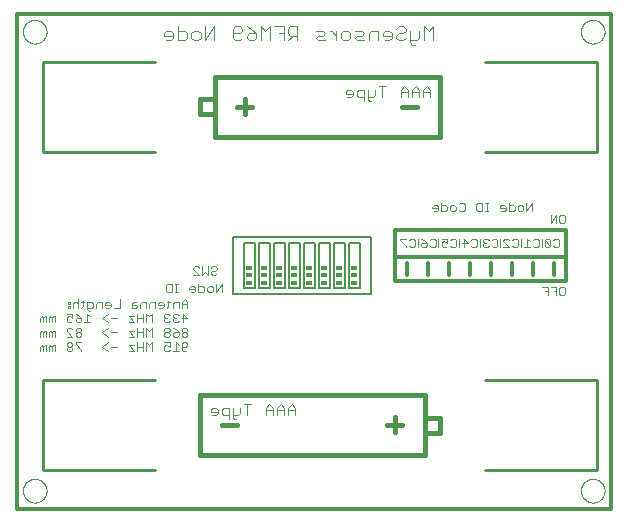
<source format=gbo>
G75*
%MOIN*%
%OFA0B0*%
%FSLAX25Y25*%
%IPPOS*%
%LPD*%
%AMOC8*
5,1,8,0,0,1.08239X$1,22.5*
%
%ADD10C,0.00000*%
%ADD11C,0.01200*%
%ADD12C,0.00400*%
%ADD13C,0.00300*%
%ADD14C,0.01000*%
%ADD15C,0.01600*%
%ADD16C,0.00800*%
%ADD17C,0.00700*%
%ADD18C,0.00600*%
%ADD19R,0.02000X0.01500*%
D10*
X0003863Y0007800D02*
X0003865Y0007925D01*
X0003871Y0008050D01*
X0003881Y0008174D01*
X0003895Y0008298D01*
X0003912Y0008422D01*
X0003934Y0008545D01*
X0003960Y0008667D01*
X0003989Y0008789D01*
X0004022Y0008909D01*
X0004060Y0009028D01*
X0004100Y0009147D01*
X0004145Y0009263D01*
X0004193Y0009378D01*
X0004245Y0009492D01*
X0004301Y0009604D01*
X0004360Y0009714D01*
X0004422Y0009822D01*
X0004488Y0009929D01*
X0004557Y0010033D01*
X0004630Y0010134D01*
X0004705Y0010234D01*
X0004784Y0010331D01*
X0004866Y0010425D01*
X0004951Y0010517D01*
X0005038Y0010606D01*
X0005129Y0010692D01*
X0005222Y0010775D01*
X0005318Y0010856D01*
X0005416Y0010933D01*
X0005516Y0011007D01*
X0005619Y0011078D01*
X0005724Y0011145D01*
X0005832Y0011210D01*
X0005941Y0011270D01*
X0006052Y0011328D01*
X0006165Y0011381D01*
X0006279Y0011431D01*
X0006395Y0011478D01*
X0006512Y0011520D01*
X0006631Y0011559D01*
X0006751Y0011595D01*
X0006872Y0011626D01*
X0006994Y0011654D01*
X0007116Y0011677D01*
X0007240Y0011697D01*
X0007364Y0011713D01*
X0007488Y0011725D01*
X0007613Y0011733D01*
X0007738Y0011737D01*
X0007862Y0011737D01*
X0007987Y0011733D01*
X0008112Y0011725D01*
X0008236Y0011713D01*
X0008360Y0011697D01*
X0008484Y0011677D01*
X0008606Y0011654D01*
X0008728Y0011626D01*
X0008849Y0011595D01*
X0008969Y0011559D01*
X0009088Y0011520D01*
X0009205Y0011478D01*
X0009321Y0011431D01*
X0009435Y0011381D01*
X0009548Y0011328D01*
X0009659Y0011270D01*
X0009769Y0011210D01*
X0009876Y0011145D01*
X0009981Y0011078D01*
X0010084Y0011007D01*
X0010184Y0010933D01*
X0010282Y0010856D01*
X0010378Y0010775D01*
X0010471Y0010692D01*
X0010562Y0010606D01*
X0010649Y0010517D01*
X0010734Y0010425D01*
X0010816Y0010331D01*
X0010895Y0010234D01*
X0010970Y0010134D01*
X0011043Y0010033D01*
X0011112Y0009929D01*
X0011178Y0009822D01*
X0011240Y0009714D01*
X0011299Y0009604D01*
X0011355Y0009492D01*
X0011407Y0009378D01*
X0011455Y0009263D01*
X0011500Y0009147D01*
X0011540Y0009028D01*
X0011578Y0008909D01*
X0011611Y0008789D01*
X0011640Y0008667D01*
X0011666Y0008545D01*
X0011688Y0008422D01*
X0011705Y0008298D01*
X0011719Y0008174D01*
X0011729Y0008050D01*
X0011735Y0007925D01*
X0011737Y0007800D01*
X0011735Y0007675D01*
X0011729Y0007550D01*
X0011719Y0007426D01*
X0011705Y0007302D01*
X0011688Y0007178D01*
X0011666Y0007055D01*
X0011640Y0006933D01*
X0011611Y0006811D01*
X0011578Y0006691D01*
X0011540Y0006572D01*
X0011500Y0006453D01*
X0011455Y0006337D01*
X0011407Y0006222D01*
X0011355Y0006108D01*
X0011299Y0005996D01*
X0011240Y0005886D01*
X0011178Y0005778D01*
X0011112Y0005671D01*
X0011043Y0005567D01*
X0010970Y0005466D01*
X0010895Y0005366D01*
X0010816Y0005269D01*
X0010734Y0005175D01*
X0010649Y0005083D01*
X0010562Y0004994D01*
X0010471Y0004908D01*
X0010378Y0004825D01*
X0010282Y0004744D01*
X0010184Y0004667D01*
X0010084Y0004593D01*
X0009981Y0004522D01*
X0009876Y0004455D01*
X0009768Y0004390D01*
X0009659Y0004330D01*
X0009548Y0004272D01*
X0009435Y0004219D01*
X0009321Y0004169D01*
X0009205Y0004122D01*
X0009088Y0004080D01*
X0008969Y0004041D01*
X0008849Y0004005D01*
X0008728Y0003974D01*
X0008606Y0003946D01*
X0008484Y0003923D01*
X0008360Y0003903D01*
X0008236Y0003887D01*
X0008112Y0003875D01*
X0007987Y0003867D01*
X0007862Y0003863D01*
X0007738Y0003863D01*
X0007613Y0003867D01*
X0007488Y0003875D01*
X0007364Y0003887D01*
X0007240Y0003903D01*
X0007116Y0003923D01*
X0006994Y0003946D01*
X0006872Y0003974D01*
X0006751Y0004005D01*
X0006631Y0004041D01*
X0006512Y0004080D01*
X0006395Y0004122D01*
X0006279Y0004169D01*
X0006165Y0004219D01*
X0006052Y0004272D01*
X0005941Y0004330D01*
X0005831Y0004390D01*
X0005724Y0004455D01*
X0005619Y0004522D01*
X0005516Y0004593D01*
X0005416Y0004667D01*
X0005318Y0004744D01*
X0005222Y0004825D01*
X0005129Y0004908D01*
X0005038Y0004994D01*
X0004951Y0005083D01*
X0004866Y0005175D01*
X0004784Y0005269D01*
X0004705Y0005366D01*
X0004630Y0005466D01*
X0004557Y0005567D01*
X0004488Y0005671D01*
X0004422Y0005778D01*
X0004360Y0005886D01*
X0004301Y0005996D01*
X0004245Y0006108D01*
X0004193Y0006222D01*
X0004145Y0006337D01*
X0004100Y0006453D01*
X0004060Y0006572D01*
X0004022Y0006691D01*
X0003989Y0006811D01*
X0003960Y0006933D01*
X0003934Y0007055D01*
X0003912Y0007178D01*
X0003895Y0007302D01*
X0003881Y0007426D01*
X0003871Y0007550D01*
X0003865Y0007675D01*
X0003863Y0007800D01*
X0003863Y0160800D02*
X0003865Y0160925D01*
X0003871Y0161050D01*
X0003881Y0161174D01*
X0003895Y0161298D01*
X0003912Y0161422D01*
X0003934Y0161545D01*
X0003960Y0161667D01*
X0003989Y0161789D01*
X0004022Y0161909D01*
X0004060Y0162028D01*
X0004100Y0162147D01*
X0004145Y0162263D01*
X0004193Y0162378D01*
X0004245Y0162492D01*
X0004301Y0162604D01*
X0004360Y0162714D01*
X0004422Y0162822D01*
X0004488Y0162929D01*
X0004557Y0163033D01*
X0004630Y0163134D01*
X0004705Y0163234D01*
X0004784Y0163331D01*
X0004866Y0163425D01*
X0004951Y0163517D01*
X0005038Y0163606D01*
X0005129Y0163692D01*
X0005222Y0163775D01*
X0005318Y0163856D01*
X0005416Y0163933D01*
X0005516Y0164007D01*
X0005619Y0164078D01*
X0005724Y0164145D01*
X0005832Y0164210D01*
X0005941Y0164270D01*
X0006052Y0164328D01*
X0006165Y0164381D01*
X0006279Y0164431D01*
X0006395Y0164478D01*
X0006512Y0164520D01*
X0006631Y0164559D01*
X0006751Y0164595D01*
X0006872Y0164626D01*
X0006994Y0164654D01*
X0007116Y0164677D01*
X0007240Y0164697D01*
X0007364Y0164713D01*
X0007488Y0164725D01*
X0007613Y0164733D01*
X0007738Y0164737D01*
X0007862Y0164737D01*
X0007987Y0164733D01*
X0008112Y0164725D01*
X0008236Y0164713D01*
X0008360Y0164697D01*
X0008484Y0164677D01*
X0008606Y0164654D01*
X0008728Y0164626D01*
X0008849Y0164595D01*
X0008969Y0164559D01*
X0009088Y0164520D01*
X0009205Y0164478D01*
X0009321Y0164431D01*
X0009435Y0164381D01*
X0009548Y0164328D01*
X0009659Y0164270D01*
X0009769Y0164210D01*
X0009876Y0164145D01*
X0009981Y0164078D01*
X0010084Y0164007D01*
X0010184Y0163933D01*
X0010282Y0163856D01*
X0010378Y0163775D01*
X0010471Y0163692D01*
X0010562Y0163606D01*
X0010649Y0163517D01*
X0010734Y0163425D01*
X0010816Y0163331D01*
X0010895Y0163234D01*
X0010970Y0163134D01*
X0011043Y0163033D01*
X0011112Y0162929D01*
X0011178Y0162822D01*
X0011240Y0162714D01*
X0011299Y0162604D01*
X0011355Y0162492D01*
X0011407Y0162378D01*
X0011455Y0162263D01*
X0011500Y0162147D01*
X0011540Y0162028D01*
X0011578Y0161909D01*
X0011611Y0161789D01*
X0011640Y0161667D01*
X0011666Y0161545D01*
X0011688Y0161422D01*
X0011705Y0161298D01*
X0011719Y0161174D01*
X0011729Y0161050D01*
X0011735Y0160925D01*
X0011737Y0160800D01*
X0011735Y0160675D01*
X0011729Y0160550D01*
X0011719Y0160426D01*
X0011705Y0160302D01*
X0011688Y0160178D01*
X0011666Y0160055D01*
X0011640Y0159933D01*
X0011611Y0159811D01*
X0011578Y0159691D01*
X0011540Y0159572D01*
X0011500Y0159453D01*
X0011455Y0159337D01*
X0011407Y0159222D01*
X0011355Y0159108D01*
X0011299Y0158996D01*
X0011240Y0158886D01*
X0011178Y0158778D01*
X0011112Y0158671D01*
X0011043Y0158567D01*
X0010970Y0158466D01*
X0010895Y0158366D01*
X0010816Y0158269D01*
X0010734Y0158175D01*
X0010649Y0158083D01*
X0010562Y0157994D01*
X0010471Y0157908D01*
X0010378Y0157825D01*
X0010282Y0157744D01*
X0010184Y0157667D01*
X0010084Y0157593D01*
X0009981Y0157522D01*
X0009876Y0157455D01*
X0009768Y0157390D01*
X0009659Y0157330D01*
X0009548Y0157272D01*
X0009435Y0157219D01*
X0009321Y0157169D01*
X0009205Y0157122D01*
X0009088Y0157080D01*
X0008969Y0157041D01*
X0008849Y0157005D01*
X0008728Y0156974D01*
X0008606Y0156946D01*
X0008484Y0156923D01*
X0008360Y0156903D01*
X0008236Y0156887D01*
X0008112Y0156875D01*
X0007987Y0156867D01*
X0007862Y0156863D01*
X0007738Y0156863D01*
X0007613Y0156867D01*
X0007488Y0156875D01*
X0007364Y0156887D01*
X0007240Y0156903D01*
X0007116Y0156923D01*
X0006994Y0156946D01*
X0006872Y0156974D01*
X0006751Y0157005D01*
X0006631Y0157041D01*
X0006512Y0157080D01*
X0006395Y0157122D01*
X0006279Y0157169D01*
X0006165Y0157219D01*
X0006052Y0157272D01*
X0005941Y0157330D01*
X0005831Y0157390D01*
X0005724Y0157455D01*
X0005619Y0157522D01*
X0005516Y0157593D01*
X0005416Y0157667D01*
X0005318Y0157744D01*
X0005222Y0157825D01*
X0005129Y0157908D01*
X0005038Y0157994D01*
X0004951Y0158083D01*
X0004866Y0158175D01*
X0004784Y0158269D01*
X0004705Y0158366D01*
X0004630Y0158466D01*
X0004557Y0158567D01*
X0004488Y0158671D01*
X0004422Y0158778D01*
X0004360Y0158886D01*
X0004301Y0158996D01*
X0004245Y0159108D01*
X0004193Y0159222D01*
X0004145Y0159337D01*
X0004100Y0159453D01*
X0004060Y0159572D01*
X0004022Y0159691D01*
X0003989Y0159811D01*
X0003960Y0159933D01*
X0003934Y0160055D01*
X0003912Y0160178D01*
X0003895Y0160302D01*
X0003881Y0160426D01*
X0003871Y0160550D01*
X0003865Y0160675D01*
X0003863Y0160800D01*
X0189863Y0160800D02*
X0189865Y0160925D01*
X0189871Y0161050D01*
X0189881Y0161174D01*
X0189895Y0161298D01*
X0189912Y0161422D01*
X0189934Y0161545D01*
X0189960Y0161667D01*
X0189989Y0161789D01*
X0190022Y0161909D01*
X0190060Y0162028D01*
X0190100Y0162147D01*
X0190145Y0162263D01*
X0190193Y0162378D01*
X0190245Y0162492D01*
X0190301Y0162604D01*
X0190360Y0162714D01*
X0190422Y0162822D01*
X0190488Y0162929D01*
X0190557Y0163033D01*
X0190630Y0163134D01*
X0190705Y0163234D01*
X0190784Y0163331D01*
X0190866Y0163425D01*
X0190951Y0163517D01*
X0191038Y0163606D01*
X0191129Y0163692D01*
X0191222Y0163775D01*
X0191318Y0163856D01*
X0191416Y0163933D01*
X0191516Y0164007D01*
X0191619Y0164078D01*
X0191724Y0164145D01*
X0191832Y0164210D01*
X0191941Y0164270D01*
X0192052Y0164328D01*
X0192165Y0164381D01*
X0192279Y0164431D01*
X0192395Y0164478D01*
X0192512Y0164520D01*
X0192631Y0164559D01*
X0192751Y0164595D01*
X0192872Y0164626D01*
X0192994Y0164654D01*
X0193116Y0164677D01*
X0193240Y0164697D01*
X0193364Y0164713D01*
X0193488Y0164725D01*
X0193613Y0164733D01*
X0193738Y0164737D01*
X0193862Y0164737D01*
X0193987Y0164733D01*
X0194112Y0164725D01*
X0194236Y0164713D01*
X0194360Y0164697D01*
X0194484Y0164677D01*
X0194606Y0164654D01*
X0194728Y0164626D01*
X0194849Y0164595D01*
X0194969Y0164559D01*
X0195088Y0164520D01*
X0195205Y0164478D01*
X0195321Y0164431D01*
X0195435Y0164381D01*
X0195548Y0164328D01*
X0195659Y0164270D01*
X0195769Y0164210D01*
X0195876Y0164145D01*
X0195981Y0164078D01*
X0196084Y0164007D01*
X0196184Y0163933D01*
X0196282Y0163856D01*
X0196378Y0163775D01*
X0196471Y0163692D01*
X0196562Y0163606D01*
X0196649Y0163517D01*
X0196734Y0163425D01*
X0196816Y0163331D01*
X0196895Y0163234D01*
X0196970Y0163134D01*
X0197043Y0163033D01*
X0197112Y0162929D01*
X0197178Y0162822D01*
X0197240Y0162714D01*
X0197299Y0162604D01*
X0197355Y0162492D01*
X0197407Y0162378D01*
X0197455Y0162263D01*
X0197500Y0162147D01*
X0197540Y0162028D01*
X0197578Y0161909D01*
X0197611Y0161789D01*
X0197640Y0161667D01*
X0197666Y0161545D01*
X0197688Y0161422D01*
X0197705Y0161298D01*
X0197719Y0161174D01*
X0197729Y0161050D01*
X0197735Y0160925D01*
X0197737Y0160800D01*
X0197735Y0160675D01*
X0197729Y0160550D01*
X0197719Y0160426D01*
X0197705Y0160302D01*
X0197688Y0160178D01*
X0197666Y0160055D01*
X0197640Y0159933D01*
X0197611Y0159811D01*
X0197578Y0159691D01*
X0197540Y0159572D01*
X0197500Y0159453D01*
X0197455Y0159337D01*
X0197407Y0159222D01*
X0197355Y0159108D01*
X0197299Y0158996D01*
X0197240Y0158886D01*
X0197178Y0158778D01*
X0197112Y0158671D01*
X0197043Y0158567D01*
X0196970Y0158466D01*
X0196895Y0158366D01*
X0196816Y0158269D01*
X0196734Y0158175D01*
X0196649Y0158083D01*
X0196562Y0157994D01*
X0196471Y0157908D01*
X0196378Y0157825D01*
X0196282Y0157744D01*
X0196184Y0157667D01*
X0196084Y0157593D01*
X0195981Y0157522D01*
X0195876Y0157455D01*
X0195768Y0157390D01*
X0195659Y0157330D01*
X0195548Y0157272D01*
X0195435Y0157219D01*
X0195321Y0157169D01*
X0195205Y0157122D01*
X0195088Y0157080D01*
X0194969Y0157041D01*
X0194849Y0157005D01*
X0194728Y0156974D01*
X0194606Y0156946D01*
X0194484Y0156923D01*
X0194360Y0156903D01*
X0194236Y0156887D01*
X0194112Y0156875D01*
X0193987Y0156867D01*
X0193862Y0156863D01*
X0193738Y0156863D01*
X0193613Y0156867D01*
X0193488Y0156875D01*
X0193364Y0156887D01*
X0193240Y0156903D01*
X0193116Y0156923D01*
X0192994Y0156946D01*
X0192872Y0156974D01*
X0192751Y0157005D01*
X0192631Y0157041D01*
X0192512Y0157080D01*
X0192395Y0157122D01*
X0192279Y0157169D01*
X0192165Y0157219D01*
X0192052Y0157272D01*
X0191941Y0157330D01*
X0191831Y0157390D01*
X0191724Y0157455D01*
X0191619Y0157522D01*
X0191516Y0157593D01*
X0191416Y0157667D01*
X0191318Y0157744D01*
X0191222Y0157825D01*
X0191129Y0157908D01*
X0191038Y0157994D01*
X0190951Y0158083D01*
X0190866Y0158175D01*
X0190784Y0158269D01*
X0190705Y0158366D01*
X0190630Y0158466D01*
X0190557Y0158567D01*
X0190488Y0158671D01*
X0190422Y0158778D01*
X0190360Y0158886D01*
X0190301Y0158996D01*
X0190245Y0159108D01*
X0190193Y0159222D01*
X0190145Y0159337D01*
X0190100Y0159453D01*
X0190060Y0159572D01*
X0190022Y0159691D01*
X0189989Y0159811D01*
X0189960Y0159933D01*
X0189934Y0160055D01*
X0189912Y0160178D01*
X0189895Y0160302D01*
X0189881Y0160426D01*
X0189871Y0160550D01*
X0189865Y0160675D01*
X0189863Y0160800D01*
X0189863Y0007800D02*
X0189865Y0007925D01*
X0189871Y0008050D01*
X0189881Y0008174D01*
X0189895Y0008298D01*
X0189912Y0008422D01*
X0189934Y0008545D01*
X0189960Y0008667D01*
X0189989Y0008789D01*
X0190022Y0008909D01*
X0190060Y0009028D01*
X0190100Y0009147D01*
X0190145Y0009263D01*
X0190193Y0009378D01*
X0190245Y0009492D01*
X0190301Y0009604D01*
X0190360Y0009714D01*
X0190422Y0009822D01*
X0190488Y0009929D01*
X0190557Y0010033D01*
X0190630Y0010134D01*
X0190705Y0010234D01*
X0190784Y0010331D01*
X0190866Y0010425D01*
X0190951Y0010517D01*
X0191038Y0010606D01*
X0191129Y0010692D01*
X0191222Y0010775D01*
X0191318Y0010856D01*
X0191416Y0010933D01*
X0191516Y0011007D01*
X0191619Y0011078D01*
X0191724Y0011145D01*
X0191832Y0011210D01*
X0191941Y0011270D01*
X0192052Y0011328D01*
X0192165Y0011381D01*
X0192279Y0011431D01*
X0192395Y0011478D01*
X0192512Y0011520D01*
X0192631Y0011559D01*
X0192751Y0011595D01*
X0192872Y0011626D01*
X0192994Y0011654D01*
X0193116Y0011677D01*
X0193240Y0011697D01*
X0193364Y0011713D01*
X0193488Y0011725D01*
X0193613Y0011733D01*
X0193738Y0011737D01*
X0193862Y0011737D01*
X0193987Y0011733D01*
X0194112Y0011725D01*
X0194236Y0011713D01*
X0194360Y0011697D01*
X0194484Y0011677D01*
X0194606Y0011654D01*
X0194728Y0011626D01*
X0194849Y0011595D01*
X0194969Y0011559D01*
X0195088Y0011520D01*
X0195205Y0011478D01*
X0195321Y0011431D01*
X0195435Y0011381D01*
X0195548Y0011328D01*
X0195659Y0011270D01*
X0195769Y0011210D01*
X0195876Y0011145D01*
X0195981Y0011078D01*
X0196084Y0011007D01*
X0196184Y0010933D01*
X0196282Y0010856D01*
X0196378Y0010775D01*
X0196471Y0010692D01*
X0196562Y0010606D01*
X0196649Y0010517D01*
X0196734Y0010425D01*
X0196816Y0010331D01*
X0196895Y0010234D01*
X0196970Y0010134D01*
X0197043Y0010033D01*
X0197112Y0009929D01*
X0197178Y0009822D01*
X0197240Y0009714D01*
X0197299Y0009604D01*
X0197355Y0009492D01*
X0197407Y0009378D01*
X0197455Y0009263D01*
X0197500Y0009147D01*
X0197540Y0009028D01*
X0197578Y0008909D01*
X0197611Y0008789D01*
X0197640Y0008667D01*
X0197666Y0008545D01*
X0197688Y0008422D01*
X0197705Y0008298D01*
X0197719Y0008174D01*
X0197729Y0008050D01*
X0197735Y0007925D01*
X0197737Y0007800D01*
X0197735Y0007675D01*
X0197729Y0007550D01*
X0197719Y0007426D01*
X0197705Y0007302D01*
X0197688Y0007178D01*
X0197666Y0007055D01*
X0197640Y0006933D01*
X0197611Y0006811D01*
X0197578Y0006691D01*
X0197540Y0006572D01*
X0197500Y0006453D01*
X0197455Y0006337D01*
X0197407Y0006222D01*
X0197355Y0006108D01*
X0197299Y0005996D01*
X0197240Y0005886D01*
X0197178Y0005778D01*
X0197112Y0005671D01*
X0197043Y0005567D01*
X0196970Y0005466D01*
X0196895Y0005366D01*
X0196816Y0005269D01*
X0196734Y0005175D01*
X0196649Y0005083D01*
X0196562Y0004994D01*
X0196471Y0004908D01*
X0196378Y0004825D01*
X0196282Y0004744D01*
X0196184Y0004667D01*
X0196084Y0004593D01*
X0195981Y0004522D01*
X0195876Y0004455D01*
X0195768Y0004390D01*
X0195659Y0004330D01*
X0195548Y0004272D01*
X0195435Y0004219D01*
X0195321Y0004169D01*
X0195205Y0004122D01*
X0195088Y0004080D01*
X0194969Y0004041D01*
X0194849Y0004005D01*
X0194728Y0003974D01*
X0194606Y0003946D01*
X0194484Y0003923D01*
X0194360Y0003903D01*
X0194236Y0003887D01*
X0194112Y0003875D01*
X0193987Y0003867D01*
X0193862Y0003863D01*
X0193738Y0003863D01*
X0193613Y0003867D01*
X0193488Y0003875D01*
X0193364Y0003887D01*
X0193240Y0003903D01*
X0193116Y0003923D01*
X0192994Y0003946D01*
X0192872Y0003974D01*
X0192751Y0004005D01*
X0192631Y0004041D01*
X0192512Y0004080D01*
X0192395Y0004122D01*
X0192279Y0004169D01*
X0192165Y0004219D01*
X0192052Y0004272D01*
X0191941Y0004330D01*
X0191831Y0004390D01*
X0191724Y0004455D01*
X0191619Y0004522D01*
X0191516Y0004593D01*
X0191416Y0004667D01*
X0191318Y0004744D01*
X0191222Y0004825D01*
X0191129Y0004908D01*
X0191038Y0004994D01*
X0190951Y0005083D01*
X0190866Y0005175D01*
X0190784Y0005269D01*
X0190705Y0005366D01*
X0190630Y0005466D01*
X0190557Y0005567D01*
X0190488Y0005671D01*
X0190422Y0005778D01*
X0190360Y0005886D01*
X0190301Y0005996D01*
X0190245Y0006108D01*
X0190193Y0006222D01*
X0190145Y0006337D01*
X0190100Y0006453D01*
X0190060Y0006572D01*
X0190022Y0006691D01*
X0189989Y0006811D01*
X0189960Y0006933D01*
X0189934Y0007055D01*
X0189912Y0007178D01*
X0189895Y0007302D01*
X0189881Y0007426D01*
X0189871Y0007550D01*
X0189865Y0007675D01*
X0189863Y0007800D01*
D11*
X0001800Y0001800D02*
X0001800Y0166800D01*
X0199800Y0166800D01*
X0199800Y0001800D01*
X0001800Y0001800D01*
X0127800Y0077800D02*
X0127800Y0085800D01*
X0184800Y0085800D01*
X0184800Y0077800D01*
X0127800Y0077800D01*
X0131800Y0079800D02*
X0131800Y0083800D01*
X0127800Y0085800D02*
X0127800Y0094800D01*
X0184800Y0094800D01*
X0184800Y0085800D01*
X0180800Y0083800D02*
X0180800Y0079800D01*
X0173800Y0079800D02*
X0173800Y0083800D01*
X0166800Y0083800D02*
X0166800Y0079800D01*
X0159800Y0079800D02*
X0159800Y0083800D01*
X0152800Y0083800D02*
X0152800Y0079800D01*
X0145800Y0079800D02*
X0145800Y0083800D01*
X0138800Y0083800D02*
X0138800Y0079800D01*
D12*
X0134461Y0156465D02*
X0133694Y0156465D01*
X0132927Y0157233D01*
X0132927Y0161069D01*
X0131392Y0161069D02*
X0130625Y0160302D01*
X0129090Y0160302D01*
X0128323Y0159535D01*
X0128323Y0158767D01*
X0129090Y0158000D01*
X0130625Y0158000D01*
X0131392Y0158767D01*
X0132927Y0158000D02*
X0135229Y0158000D01*
X0135996Y0158767D01*
X0135996Y0161069D01*
X0137531Y0162604D02*
X0137531Y0158000D01*
X0140600Y0158000D02*
X0140600Y0162604D01*
X0139065Y0161069D01*
X0137531Y0162604D01*
X0131392Y0161837D02*
X0131392Y0161069D01*
X0131392Y0161837D02*
X0130625Y0162604D01*
X0129090Y0162604D01*
X0128323Y0161837D01*
X0126788Y0160302D02*
X0126788Y0158767D01*
X0126021Y0158000D01*
X0124486Y0158000D01*
X0123719Y0159535D02*
X0126788Y0159535D01*
X0126788Y0160302D02*
X0126021Y0161069D01*
X0124486Y0161069D01*
X0123719Y0160302D01*
X0123719Y0159535D01*
X0122184Y0158000D02*
X0122184Y0161069D01*
X0119882Y0161069D01*
X0119115Y0160302D01*
X0119115Y0158000D01*
X0117580Y0158000D02*
X0115278Y0158000D01*
X0114511Y0158767D01*
X0115278Y0159535D01*
X0116813Y0159535D01*
X0117580Y0160302D01*
X0116813Y0161069D01*
X0114511Y0161069D01*
X0112976Y0160302D02*
X0112976Y0158767D01*
X0112209Y0158000D01*
X0110674Y0158000D01*
X0109907Y0158767D01*
X0109907Y0160302D01*
X0110674Y0161069D01*
X0112209Y0161069D01*
X0112976Y0160302D01*
X0108373Y0161069D02*
X0108373Y0158000D01*
X0108373Y0159535D02*
X0106838Y0161069D01*
X0106071Y0161069D01*
X0104536Y0160302D02*
X0103769Y0159535D01*
X0102234Y0159535D01*
X0101467Y0158767D01*
X0102234Y0158000D01*
X0104536Y0158000D01*
X0104536Y0160302D02*
X0103769Y0161069D01*
X0101467Y0161069D01*
X0095328Y0159535D02*
X0093026Y0159535D01*
X0092259Y0160302D01*
X0092259Y0161837D01*
X0093026Y0162604D01*
X0095328Y0162604D01*
X0095328Y0158000D01*
X0093793Y0159535D02*
X0092259Y0158000D01*
X0090724Y0158000D02*
X0090724Y0162604D01*
X0087655Y0162604D01*
X0086120Y0162604D02*
X0084586Y0161069D01*
X0083051Y0162604D01*
X0083051Y0158000D01*
X0081516Y0158767D02*
X0080749Y0158000D01*
X0079214Y0158000D01*
X0078447Y0158767D01*
X0078447Y0159535D01*
X0079214Y0160302D01*
X0081516Y0160302D01*
X0081516Y0158767D01*
X0081516Y0160302D02*
X0079982Y0161837D01*
X0078447Y0162604D01*
X0076912Y0161837D02*
X0076912Y0161069D01*
X0076145Y0160302D01*
X0073843Y0160302D01*
X0073843Y0161837D02*
X0074610Y0162604D01*
X0076145Y0162604D01*
X0076912Y0161837D01*
X0076912Y0158767D02*
X0076145Y0158000D01*
X0074610Y0158000D01*
X0073843Y0158767D01*
X0073843Y0161837D01*
X0067705Y0162604D02*
X0067705Y0158000D01*
X0064635Y0158000D02*
X0064635Y0162604D01*
X0062333Y0161069D02*
X0063101Y0160302D01*
X0063101Y0158767D01*
X0062333Y0158000D01*
X0060799Y0158000D01*
X0060031Y0158767D01*
X0060031Y0160302D01*
X0060799Y0161069D01*
X0062333Y0161069D01*
X0058497Y0160302D02*
X0058497Y0158767D01*
X0057729Y0158000D01*
X0055427Y0158000D01*
X0055427Y0162604D01*
X0055427Y0161069D02*
X0057729Y0161069D01*
X0058497Y0160302D01*
X0053893Y0160302D02*
X0053893Y0158767D01*
X0053125Y0158000D01*
X0051591Y0158000D01*
X0050823Y0159535D02*
X0053893Y0159535D01*
X0053893Y0160302D02*
X0053125Y0161069D01*
X0051591Y0161069D01*
X0050823Y0160302D01*
X0050823Y0159535D01*
X0064635Y0158000D02*
X0067705Y0162604D01*
X0086120Y0162604D02*
X0086120Y0158000D01*
X0089190Y0160302D02*
X0090724Y0160302D01*
D13*
X0111399Y0140802D02*
X0111399Y0140184D01*
X0113868Y0140184D01*
X0113868Y0139567D02*
X0113868Y0140802D01*
X0113251Y0141419D01*
X0112016Y0141419D01*
X0111399Y0140802D01*
X0112016Y0138950D02*
X0113251Y0138950D01*
X0113868Y0139567D01*
X0115082Y0139567D02*
X0115082Y0140802D01*
X0115700Y0141419D01*
X0117551Y0141419D01*
X0117551Y0137716D01*
X0117551Y0138950D02*
X0115700Y0138950D01*
X0115082Y0139567D01*
X0118766Y0138950D02*
X0120617Y0138950D01*
X0121234Y0139567D01*
X0121234Y0141419D01*
X0122449Y0142653D02*
X0124917Y0142653D01*
X0123683Y0142653D02*
X0123683Y0138950D01*
X0120000Y0137716D02*
X0119383Y0137716D01*
X0118766Y0138333D01*
X0118766Y0141419D01*
X0129815Y0141419D02*
X0129815Y0138950D01*
X0129815Y0140802D02*
X0132284Y0140802D01*
X0132284Y0141419D02*
X0131049Y0142653D01*
X0129815Y0141419D01*
X0132284Y0141419D02*
X0132284Y0138950D01*
X0133498Y0138950D02*
X0133498Y0141419D01*
X0134732Y0142653D01*
X0135967Y0141419D01*
X0135967Y0138950D01*
X0137181Y0138950D02*
X0137181Y0141419D01*
X0138416Y0142653D01*
X0139650Y0141419D01*
X0139650Y0138950D01*
X0139650Y0140802D02*
X0137181Y0140802D01*
X0135967Y0140802D02*
X0133498Y0140802D01*
X0143232Y0103852D02*
X0143232Y0100950D01*
X0144683Y0100950D01*
X0145167Y0101434D01*
X0145167Y0102401D01*
X0144683Y0102885D01*
X0143232Y0102885D01*
X0142220Y0102401D02*
X0141737Y0102885D01*
X0140769Y0102885D01*
X0140285Y0102401D01*
X0140285Y0101917D01*
X0142220Y0101917D01*
X0142220Y0101434D02*
X0142220Y0102401D01*
X0142220Y0101434D02*
X0141737Y0100950D01*
X0140769Y0100950D01*
X0146179Y0101434D02*
X0146662Y0100950D01*
X0147630Y0100950D01*
X0148114Y0101434D01*
X0148114Y0102401D01*
X0147630Y0102885D01*
X0146662Y0102885D01*
X0146179Y0102401D01*
X0146179Y0101434D01*
X0149125Y0101434D02*
X0149609Y0100950D01*
X0150576Y0100950D01*
X0151060Y0101434D01*
X0151060Y0103369D01*
X0150576Y0103852D01*
X0149609Y0103852D01*
X0149125Y0103369D01*
X0155018Y0103369D02*
X0155018Y0101434D01*
X0155502Y0100950D01*
X0156953Y0100950D01*
X0156953Y0103852D01*
X0155502Y0103852D01*
X0155018Y0103369D01*
X0157950Y0103852D02*
X0158917Y0103852D01*
X0158434Y0103852D02*
X0158434Y0100950D01*
X0158917Y0100950D02*
X0157950Y0100950D01*
X0162875Y0101917D02*
X0164810Y0101917D01*
X0164810Y0101434D02*
X0164810Y0102401D01*
X0164327Y0102885D01*
X0163359Y0102885D01*
X0162875Y0102401D01*
X0162875Y0101917D01*
X0163359Y0100950D02*
X0164327Y0100950D01*
X0164810Y0101434D01*
X0165822Y0100950D02*
X0167273Y0100950D01*
X0167757Y0101434D01*
X0167757Y0102401D01*
X0167273Y0102885D01*
X0165822Y0102885D01*
X0165822Y0103852D02*
X0165822Y0100950D01*
X0168769Y0101434D02*
X0168769Y0102401D01*
X0169252Y0102885D01*
X0170220Y0102885D01*
X0170703Y0102401D01*
X0170703Y0101434D01*
X0170220Y0100950D01*
X0169252Y0100950D01*
X0168769Y0101434D01*
X0171715Y0100950D02*
X0171715Y0103852D01*
X0173650Y0103852D02*
X0171715Y0100950D01*
X0173650Y0100950D02*
X0173650Y0103852D01*
X0179769Y0099852D02*
X0179769Y0096950D01*
X0181703Y0099852D01*
X0181703Y0096950D01*
X0182715Y0097434D02*
X0182715Y0099369D01*
X0183199Y0099852D01*
X0184166Y0099852D01*
X0184650Y0099369D01*
X0184650Y0097434D01*
X0184166Y0096950D01*
X0183199Y0096950D01*
X0182715Y0097434D01*
X0182166Y0091852D02*
X0181199Y0091852D01*
X0180715Y0091369D01*
X0179703Y0091369D02*
X0179220Y0091852D01*
X0178252Y0091852D01*
X0177769Y0091369D01*
X0179703Y0089434D01*
X0179220Y0088950D01*
X0178252Y0088950D01*
X0177769Y0089434D01*
X0177769Y0091369D01*
X0176757Y0091852D02*
X0176757Y0088950D01*
X0175775Y0089434D02*
X0175291Y0088950D01*
X0174324Y0088950D01*
X0173840Y0089434D01*
X0172828Y0088950D02*
X0170893Y0088950D01*
X0171861Y0088950D02*
X0171861Y0091852D01*
X0172828Y0090885D01*
X0173840Y0091369D02*
X0174324Y0091852D01*
X0175291Y0091852D01*
X0175775Y0091369D01*
X0175775Y0089434D01*
X0179703Y0089434D02*
X0179703Y0091369D01*
X0180715Y0089434D02*
X0181199Y0088950D01*
X0182166Y0088950D01*
X0182650Y0089434D01*
X0182650Y0091369D01*
X0182166Y0091852D01*
X0169882Y0091852D02*
X0169882Y0088950D01*
X0168900Y0089434D02*
X0168416Y0088950D01*
X0167448Y0088950D01*
X0166965Y0089434D01*
X0165953Y0088950D02*
X0164018Y0088950D01*
X0163007Y0088950D02*
X0163007Y0091852D01*
X0162024Y0091369D02*
X0162024Y0089434D01*
X0161541Y0088950D01*
X0160573Y0088950D01*
X0160089Y0089434D01*
X0159078Y0089434D02*
X0158594Y0088950D01*
X0157627Y0088950D01*
X0157143Y0089434D01*
X0157143Y0089917D01*
X0157627Y0090401D01*
X0158110Y0090401D01*
X0157627Y0090401D02*
X0157143Y0090885D01*
X0157143Y0091369D01*
X0157627Y0091852D01*
X0158594Y0091852D01*
X0159078Y0091369D01*
X0160089Y0091369D02*
X0160573Y0091852D01*
X0161541Y0091852D01*
X0162024Y0091369D01*
X0164018Y0091369D02*
X0164018Y0090885D01*
X0165953Y0088950D01*
X0168900Y0089434D02*
X0168900Y0091369D01*
X0168416Y0091852D01*
X0167448Y0091852D01*
X0166965Y0091369D01*
X0165953Y0091369D02*
X0165469Y0091852D01*
X0164502Y0091852D01*
X0164018Y0091369D01*
X0156131Y0091852D02*
X0156131Y0088950D01*
X0155149Y0089434D02*
X0154665Y0088950D01*
X0153698Y0088950D01*
X0153214Y0089434D01*
X0152203Y0090401D02*
X0150268Y0090401D01*
X0150751Y0088950D02*
X0150751Y0091852D01*
X0152203Y0090401D01*
X0153214Y0091369D02*
X0153698Y0091852D01*
X0154665Y0091852D01*
X0155149Y0091369D01*
X0155149Y0089434D01*
X0149256Y0088950D02*
X0149256Y0091852D01*
X0148274Y0091369D02*
X0148274Y0089434D01*
X0147790Y0088950D01*
X0146823Y0088950D01*
X0146339Y0089434D01*
X0145327Y0089434D02*
X0144844Y0088950D01*
X0143876Y0088950D01*
X0143392Y0089434D01*
X0143392Y0090401D01*
X0143876Y0090885D01*
X0144360Y0090885D01*
X0145327Y0090401D01*
X0145327Y0091852D01*
X0143392Y0091852D01*
X0142381Y0091852D02*
X0142381Y0088950D01*
X0141399Y0089434D02*
X0140915Y0088950D01*
X0139948Y0088950D01*
X0139464Y0089434D01*
X0138452Y0089434D02*
X0137968Y0088950D01*
X0137001Y0088950D01*
X0136517Y0089434D01*
X0136517Y0089917D01*
X0137001Y0090401D01*
X0138452Y0090401D01*
X0138452Y0089434D01*
X0138452Y0090401D02*
X0137485Y0091369D01*
X0136517Y0091852D01*
X0135506Y0091852D02*
X0135506Y0088950D01*
X0134524Y0089434D02*
X0134040Y0088950D01*
X0133072Y0088950D01*
X0132589Y0089434D01*
X0131577Y0089434D02*
X0131577Y0088950D01*
X0131577Y0089434D02*
X0129642Y0091369D01*
X0129642Y0091852D01*
X0131577Y0091852D01*
X0132589Y0091369D02*
X0133072Y0091852D01*
X0134040Y0091852D01*
X0134524Y0091369D01*
X0134524Y0089434D01*
X0139464Y0091369D02*
X0139948Y0091852D01*
X0140915Y0091852D01*
X0141399Y0091369D01*
X0141399Y0089434D01*
X0146339Y0091369D02*
X0146823Y0091852D01*
X0147790Y0091852D01*
X0148274Y0091369D01*
X0176822Y0075852D02*
X0178757Y0075852D01*
X0178757Y0072950D01*
X0178757Y0074401D02*
X0177789Y0074401D01*
X0179769Y0075852D02*
X0181703Y0075852D01*
X0181703Y0072950D01*
X0182715Y0073434D02*
X0182715Y0075369D01*
X0183199Y0075852D01*
X0184166Y0075852D01*
X0184650Y0075369D01*
X0184650Y0073434D01*
X0184166Y0072950D01*
X0183199Y0072950D01*
X0182715Y0073434D01*
X0181703Y0074401D02*
X0180736Y0074401D01*
X0094650Y0035419D02*
X0094650Y0032950D01*
X0094650Y0034802D02*
X0092181Y0034802D01*
X0092181Y0035419D02*
X0092181Y0032950D01*
X0090967Y0032950D02*
X0090967Y0035419D01*
X0089732Y0036653D01*
X0088498Y0035419D01*
X0088498Y0032950D01*
X0087284Y0032950D02*
X0087284Y0035419D01*
X0086049Y0036653D01*
X0084815Y0035419D01*
X0084815Y0032950D01*
X0084815Y0034802D02*
X0087284Y0034802D01*
X0088498Y0034802D02*
X0090967Y0034802D01*
X0092181Y0035419D02*
X0093416Y0036653D01*
X0094650Y0035419D01*
X0079917Y0036653D02*
X0077449Y0036653D01*
X0078683Y0036653D02*
X0078683Y0032950D01*
X0076234Y0033567D02*
X0076234Y0035419D01*
X0073766Y0035419D02*
X0073766Y0032333D01*
X0074383Y0031716D01*
X0075000Y0031716D01*
X0075617Y0032950D02*
X0073766Y0032950D01*
X0072551Y0032950D02*
X0070700Y0032950D01*
X0070082Y0033567D01*
X0070082Y0034802D01*
X0070700Y0035419D01*
X0072551Y0035419D01*
X0072551Y0031716D01*
X0068868Y0033567D02*
X0068868Y0034802D01*
X0068251Y0035419D01*
X0067016Y0035419D01*
X0066399Y0034802D01*
X0066399Y0034184D01*
X0068868Y0034184D01*
X0068868Y0033567D02*
X0068251Y0032950D01*
X0067016Y0032950D01*
X0075617Y0032950D02*
X0076234Y0033567D01*
X0058204Y0054350D02*
X0057236Y0054350D01*
X0056752Y0054834D01*
X0056752Y0056769D01*
X0057236Y0057252D01*
X0058204Y0057252D01*
X0058687Y0056769D01*
X0058687Y0056285D01*
X0058204Y0055801D01*
X0056752Y0055801D01*
X0055741Y0056285D02*
X0054773Y0057252D01*
X0054773Y0054350D01*
X0053806Y0054350D02*
X0055741Y0054350D01*
X0058204Y0054350D02*
X0058687Y0054834D01*
X0058204Y0059150D02*
X0058687Y0059634D01*
X0058687Y0060117D01*
X0058204Y0060601D01*
X0057236Y0060601D01*
X0056752Y0060117D01*
X0056752Y0059634D01*
X0057236Y0059150D01*
X0058204Y0059150D01*
X0058204Y0060601D02*
X0058687Y0061085D01*
X0058687Y0061569D01*
X0058204Y0062052D01*
X0057236Y0062052D01*
X0056752Y0061569D01*
X0056752Y0061085D01*
X0057236Y0060601D01*
X0055741Y0060601D02*
X0054773Y0061569D01*
X0053806Y0062052D01*
X0052794Y0061569D02*
X0052794Y0061085D01*
X0052311Y0060601D01*
X0051343Y0060601D01*
X0050859Y0060117D01*
X0050859Y0059634D01*
X0051343Y0059150D01*
X0052311Y0059150D01*
X0052794Y0059634D01*
X0052794Y0060117D01*
X0052311Y0060601D01*
X0051343Y0060601D02*
X0050859Y0061085D01*
X0050859Y0061569D01*
X0051343Y0062052D01*
X0052311Y0062052D01*
X0052794Y0061569D01*
X0053806Y0060117D02*
X0054290Y0060601D01*
X0055741Y0060601D01*
X0055741Y0059634D01*
X0055257Y0059150D01*
X0054290Y0059150D01*
X0053806Y0059634D01*
X0053806Y0060117D01*
X0052794Y0057252D02*
X0050859Y0057252D01*
X0051343Y0056285D02*
X0050859Y0055801D01*
X0050859Y0054834D01*
X0051343Y0054350D01*
X0052311Y0054350D01*
X0052794Y0054834D01*
X0052794Y0055801D02*
X0051827Y0056285D01*
X0051343Y0056285D01*
X0052794Y0055801D02*
X0052794Y0057252D01*
X0046901Y0057252D02*
X0046901Y0054350D01*
X0044966Y0054350D02*
X0044966Y0057252D01*
X0045934Y0056285D01*
X0046901Y0057252D01*
X0046901Y0059150D02*
X0046901Y0062052D01*
X0045934Y0061085D01*
X0044966Y0062052D01*
X0044966Y0059150D01*
X0043955Y0059150D02*
X0043955Y0062052D01*
X0043955Y0060601D02*
X0042020Y0060601D01*
X0041008Y0061085D02*
X0039073Y0061085D01*
X0041008Y0059150D01*
X0039073Y0059150D01*
X0042020Y0059150D02*
X0042020Y0062052D01*
X0042020Y0063950D02*
X0042020Y0066852D01*
X0041008Y0065885D02*
X0039073Y0065885D01*
X0041008Y0063950D01*
X0039073Y0063950D01*
X0042020Y0065401D02*
X0043955Y0065401D01*
X0043955Y0063950D02*
X0043955Y0066852D01*
X0044966Y0066852D02*
X0044966Y0063950D01*
X0046901Y0063950D02*
X0046901Y0066852D01*
X0045934Y0065885D01*
X0044966Y0066852D01*
X0044937Y0068750D02*
X0044937Y0070685D01*
X0043486Y0070685D01*
X0043002Y0070201D01*
X0043002Y0068750D01*
X0041990Y0069234D02*
X0041507Y0069717D01*
X0040055Y0069717D01*
X0040055Y0070201D02*
X0040055Y0068750D01*
X0041507Y0068750D01*
X0041990Y0069234D01*
X0041507Y0070685D02*
X0040539Y0070685D01*
X0040055Y0070201D01*
X0036097Y0068750D02*
X0034162Y0068750D01*
X0033151Y0069234D02*
X0032667Y0068750D01*
X0031700Y0068750D01*
X0031216Y0069717D02*
X0033151Y0069717D01*
X0033151Y0069234D02*
X0033151Y0070201D01*
X0032667Y0070685D01*
X0031700Y0070685D01*
X0031216Y0070201D01*
X0031216Y0069717D01*
X0030204Y0068750D02*
X0030204Y0070685D01*
X0028753Y0070685D01*
X0028269Y0070201D01*
X0028269Y0068750D01*
X0027258Y0069234D02*
X0026774Y0068750D01*
X0025323Y0068750D01*
X0025323Y0068266D02*
X0025323Y0070685D01*
X0026774Y0070685D01*
X0027258Y0070201D01*
X0027258Y0069234D01*
X0026290Y0067783D02*
X0025807Y0067783D01*
X0025323Y0068266D01*
X0025308Y0066852D02*
X0025308Y0063950D01*
X0024341Y0063950D02*
X0026276Y0063950D01*
X0030234Y0065401D02*
X0032169Y0063950D01*
X0033180Y0065401D02*
X0035115Y0065401D01*
X0032169Y0066852D02*
X0030234Y0065401D01*
X0026276Y0065885D02*
X0025308Y0066852D01*
X0023329Y0065401D02*
X0021878Y0065401D01*
X0021394Y0064917D01*
X0021394Y0064434D01*
X0021878Y0063950D01*
X0022845Y0063950D01*
X0023329Y0064434D01*
X0023329Y0065401D01*
X0022362Y0066369D01*
X0021394Y0066852D01*
X0020383Y0066852D02*
X0020383Y0065401D01*
X0019415Y0065885D01*
X0018931Y0065885D01*
X0018448Y0065401D01*
X0018448Y0064434D01*
X0018931Y0063950D01*
X0019899Y0063950D01*
X0020383Y0064434D01*
X0020383Y0066852D02*
X0018448Y0066852D01*
X0018917Y0068750D02*
X0019400Y0068750D01*
X0019400Y0069234D01*
X0018917Y0069234D01*
X0018917Y0068750D01*
X0018917Y0070201D02*
X0019400Y0070201D01*
X0019400Y0070685D01*
X0018917Y0070685D01*
X0018917Y0070201D01*
X0020412Y0070201D02*
X0020412Y0068750D01*
X0020412Y0070201D02*
X0020896Y0070685D01*
X0021863Y0070685D01*
X0022347Y0070201D01*
X0023344Y0070685D02*
X0024311Y0070685D01*
X0023828Y0071169D02*
X0023828Y0069234D01*
X0023344Y0068750D01*
X0022347Y0068750D02*
X0022347Y0071652D01*
X0014490Y0065885D02*
X0014006Y0065885D01*
X0013522Y0065401D01*
X0013038Y0065885D01*
X0012555Y0065401D01*
X0012555Y0063950D01*
X0013522Y0063950D02*
X0013522Y0065401D01*
X0014490Y0065885D02*
X0014490Y0063950D01*
X0014490Y0061085D02*
X0014006Y0061085D01*
X0013522Y0060601D01*
X0013038Y0061085D01*
X0012555Y0060601D01*
X0012555Y0059150D01*
X0013522Y0059150D02*
X0013522Y0060601D01*
X0014490Y0061085D02*
X0014490Y0059150D01*
X0014490Y0056285D02*
X0014006Y0056285D01*
X0013522Y0055801D01*
X0013038Y0056285D01*
X0012555Y0055801D01*
X0012555Y0054350D01*
X0013522Y0054350D02*
X0013522Y0055801D01*
X0014490Y0056285D02*
X0014490Y0054350D01*
X0011543Y0054350D02*
X0011543Y0056285D01*
X0011059Y0056285D01*
X0010576Y0055801D01*
X0010092Y0056285D01*
X0009608Y0055801D01*
X0009608Y0054350D01*
X0010576Y0054350D02*
X0010576Y0055801D01*
X0010576Y0059150D02*
X0010576Y0060601D01*
X0010092Y0061085D01*
X0009608Y0060601D01*
X0009608Y0059150D01*
X0010576Y0060601D02*
X0011059Y0061085D01*
X0011543Y0061085D01*
X0011543Y0059150D01*
X0011543Y0063950D02*
X0011543Y0065885D01*
X0011059Y0065885D01*
X0010576Y0065401D01*
X0010092Y0065885D01*
X0009608Y0065401D01*
X0009608Y0063950D01*
X0010576Y0063950D02*
X0010576Y0065401D01*
X0018448Y0061569D02*
X0018931Y0062052D01*
X0019899Y0062052D01*
X0020383Y0061569D01*
X0021394Y0061569D02*
X0021394Y0061085D01*
X0021878Y0060601D01*
X0022845Y0060601D01*
X0023329Y0061085D01*
X0023329Y0061569D01*
X0022845Y0062052D01*
X0021878Y0062052D01*
X0021394Y0061569D01*
X0021878Y0060601D02*
X0021394Y0060117D01*
X0021394Y0059634D01*
X0021878Y0059150D01*
X0022845Y0059150D01*
X0023329Y0059634D01*
X0023329Y0060117D01*
X0022845Y0060601D01*
X0020383Y0059150D02*
X0018448Y0061085D01*
X0018448Y0061569D01*
X0018448Y0059150D02*
X0020383Y0059150D01*
X0019899Y0057252D02*
X0018931Y0057252D01*
X0018448Y0056769D01*
X0018448Y0056285D01*
X0018931Y0055801D01*
X0019899Y0055801D01*
X0020383Y0056285D01*
X0020383Y0056769D01*
X0019899Y0057252D01*
X0019899Y0055801D02*
X0020383Y0055317D01*
X0020383Y0054834D01*
X0019899Y0054350D01*
X0018931Y0054350D01*
X0018448Y0054834D01*
X0018448Y0055317D01*
X0018931Y0055801D01*
X0021394Y0056769D02*
X0023329Y0054834D01*
X0023329Y0054350D01*
X0023329Y0057252D02*
X0021394Y0057252D01*
X0021394Y0056769D01*
X0030234Y0055801D02*
X0032169Y0054350D01*
X0033180Y0055801D02*
X0035115Y0055801D01*
X0032169Y0057252D02*
X0030234Y0055801D01*
X0032169Y0059150D02*
X0030234Y0060601D01*
X0032169Y0062052D01*
X0033180Y0060601D02*
X0035115Y0060601D01*
X0039073Y0056285D02*
X0041008Y0054350D01*
X0039073Y0054350D01*
X0039073Y0056285D02*
X0041008Y0056285D01*
X0042020Y0055801D02*
X0043955Y0055801D01*
X0043955Y0054350D02*
X0043955Y0057252D01*
X0042020Y0057252D02*
X0042020Y0054350D01*
X0051343Y0063950D02*
X0052311Y0063950D01*
X0052794Y0064434D01*
X0053806Y0064434D02*
X0054290Y0063950D01*
X0055257Y0063950D01*
X0055741Y0064434D01*
X0054773Y0065401D02*
X0054290Y0065401D01*
X0053806Y0064917D01*
X0053806Y0064434D01*
X0054290Y0065401D02*
X0053806Y0065885D01*
X0053806Y0066369D01*
X0054290Y0066852D01*
X0055257Y0066852D01*
X0055741Y0066369D01*
X0056752Y0065401D02*
X0058687Y0065401D01*
X0057236Y0066852D01*
X0057236Y0063950D01*
X0052794Y0066369D02*
X0052311Y0066852D01*
X0051343Y0066852D01*
X0050859Y0066369D01*
X0050859Y0065885D01*
X0051343Y0065401D01*
X0050859Y0064917D01*
X0050859Y0064434D01*
X0051343Y0063950D01*
X0051343Y0065401D02*
X0051827Y0065401D01*
X0051827Y0068750D02*
X0052311Y0069234D01*
X0052311Y0071169D01*
X0052794Y0070685D02*
X0051827Y0070685D01*
X0050830Y0070201D02*
X0050346Y0070685D01*
X0049379Y0070685D01*
X0048895Y0070201D01*
X0048895Y0069717D01*
X0050830Y0069717D01*
X0050830Y0069234D02*
X0050830Y0070201D01*
X0050830Y0069234D02*
X0050346Y0068750D01*
X0049379Y0068750D01*
X0047883Y0068750D02*
X0047883Y0070685D01*
X0046432Y0070685D01*
X0045948Y0070201D01*
X0045948Y0068750D01*
X0051518Y0074434D02*
X0052002Y0073950D01*
X0053453Y0073950D01*
X0053453Y0076852D01*
X0052002Y0076852D01*
X0051518Y0076369D01*
X0051518Y0074434D01*
X0054450Y0073950D02*
X0055417Y0073950D01*
X0054934Y0073950D02*
X0054934Y0076852D01*
X0055417Y0076852D02*
X0054450Y0076852D01*
X0059375Y0075401D02*
X0059375Y0074917D01*
X0061310Y0074917D01*
X0061310Y0074434D02*
X0061310Y0075401D01*
X0060827Y0075885D01*
X0059859Y0075885D01*
X0059375Y0075401D01*
X0059859Y0073950D02*
X0060827Y0073950D01*
X0061310Y0074434D01*
X0062322Y0073950D02*
X0063773Y0073950D01*
X0064257Y0074434D01*
X0064257Y0075401D01*
X0063773Y0075885D01*
X0062322Y0075885D01*
X0062322Y0076852D02*
X0062322Y0073950D01*
X0065269Y0074434D02*
X0065752Y0073950D01*
X0066720Y0073950D01*
X0067203Y0074434D01*
X0067203Y0075401D01*
X0066720Y0075885D01*
X0065752Y0075885D01*
X0065269Y0075401D01*
X0065269Y0074434D01*
X0068215Y0073950D02*
X0068215Y0076852D01*
X0070150Y0076852D02*
X0068215Y0073950D01*
X0070150Y0073950D02*
X0070150Y0076852D01*
X0068006Y0079750D02*
X0068490Y0080234D01*
X0068006Y0079750D02*
X0067038Y0079750D01*
X0066555Y0080234D01*
X0066555Y0080717D01*
X0067038Y0081201D01*
X0068006Y0081201D01*
X0068490Y0081685D01*
X0068490Y0082169D01*
X0068006Y0082652D01*
X0067038Y0082652D01*
X0066555Y0082169D01*
X0065543Y0082652D02*
X0065543Y0079750D01*
X0064576Y0080717D01*
X0063608Y0079750D01*
X0063608Y0082652D01*
X0062597Y0082169D02*
X0062113Y0082652D01*
X0061145Y0082652D01*
X0060662Y0082169D01*
X0060662Y0081685D01*
X0062597Y0079750D01*
X0060662Y0079750D01*
X0057720Y0071652D02*
X0056752Y0070685D01*
X0056752Y0068750D01*
X0055741Y0068750D02*
X0055741Y0070685D01*
X0054290Y0070685D01*
X0053806Y0070201D01*
X0053806Y0068750D01*
X0056752Y0070201D02*
X0058687Y0070201D01*
X0058687Y0070685D02*
X0057720Y0071652D01*
X0058687Y0070685D02*
X0058687Y0068750D01*
X0036097Y0068750D02*
X0036097Y0071652D01*
D14*
X0047800Y0044800D02*
X0010500Y0044800D01*
X0010500Y0014800D01*
X0047800Y0014800D01*
X0157800Y0014800D02*
X0195100Y0014800D01*
X0195100Y0044800D01*
X0157800Y0044800D01*
X0157800Y0120800D02*
X0195100Y0120800D01*
X0195100Y0150800D01*
X0157800Y0150800D01*
X0047800Y0150800D02*
X0010500Y0150800D01*
X0010500Y0120800D01*
X0047800Y0120800D01*
D15*
X0062800Y0133500D02*
X0062800Y0138500D01*
X0067800Y0138500D01*
X0067800Y0145800D01*
X0142800Y0145800D01*
X0142800Y0125800D01*
X0067800Y0125800D01*
X0067800Y0133500D01*
X0062800Y0133500D01*
X0067800Y0133500D02*
X0067800Y0138500D01*
X0075300Y0135800D02*
X0080300Y0135800D01*
X0077800Y0133300D02*
X0077800Y0138300D01*
X0130300Y0135800D02*
X0135300Y0135800D01*
X0137800Y0039800D02*
X0062800Y0039800D01*
X0062800Y0019800D01*
X0137800Y0019800D01*
X0137800Y0027100D01*
X0142800Y0027100D01*
X0142800Y0032100D01*
X0137800Y0032100D01*
X0137800Y0027100D01*
X0137800Y0032100D02*
X0137800Y0039800D01*
X0127800Y0032300D02*
X0127800Y0027300D01*
X0125300Y0029800D02*
X0130300Y0029800D01*
X0075300Y0029800D02*
X0070300Y0029800D01*
D16*
X0073800Y0073300D02*
X0073800Y0076300D01*
X0073800Y0089300D01*
X0073800Y0092300D01*
X0119800Y0092300D01*
X0119800Y0089300D01*
X0119800Y0076300D01*
X0119800Y0073300D01*
X0073800Y0073300D01*
D17*
X0077500Y0075300D02*
X0077500Y0090300D01*
X0081100Y0090300D01*
X0081100Y0075300D01*
X0082500Y0075300D02*
X0082500Y0090300D01*
X0086100Y0090300D01*
X0086100Y0075300D01*
X0087500Y0075300D02*
X0087500Y0090300D01*
X0091100Y0090300D01*
X0091100Y0075300D01*
X0092500Y0075300D02*
X0092500Y0090300D01*
X0096100Y0090300D01*
X0096100Y0075300D01*
X0097500Y0075300D02*
X0097500Y0090300D01*
X0101100Y0090300D01*
X0101100Y0075300D01*
X0102500Y0075300D02*
X0102500Y0090300D01*
X0106100Y0090300D01*
X0106100Y0075300D01*
X0107500Y0075300D02*
X0107500Y0090300D01*
X0111100Y0090300D01*
X0111100Y0075300D01*
X0112500Y0075300D02*
X0112500Y0090300D01*
X0116100Y0090300D01*
X0116100Y0075300D01*
D18*
X0112500Y0075300D01*
X0111100Y0075300D02*
X0107500Y0075300D01*
X0106100Y0075300D02*
X0102500Y0075300D01*
X0101100Y0075300D02*
X0097500Y0075300D01*
X0096100Y0075300D02*
X0092500Y0075300D01*
X0091100Y0075300D02*
X0087500Y0075300D01*
X0086100Y0075300D02*
X0082500Y0075300D01*
X0081100Y0075300D02*
X0077500Y0075300D01*
D19*
X0079300Y0077050D03*
X0079300Y0079550D03*
X0079300Y0082050D03*
X0084300Y0082050D03*
X0084300Y0079550D03*
X0084300Y0077050D03*
X0089300Y0077050D03*
X0089300Y0079550D03*
X0089300Y0082050D03*
X0094300Y0082050D03*
X0094300Y0079550D03*
X0094300Y0077050D03*
X0099300Y0077050D03*
X0099300Y0079550D03*
X0099300Y0082050D03*
X0104300Y0082050D03*
X0104300Y0079550D03*
X0104300Y0077050D03*
X0109300Y0077050D03*
X0109300Y0079550D03*
X0109300Y0082050D03*
X0114300Y0082050D03*
X0114300Y0079550D03*
X0114300Y0077050D03*
M02*

</source>
